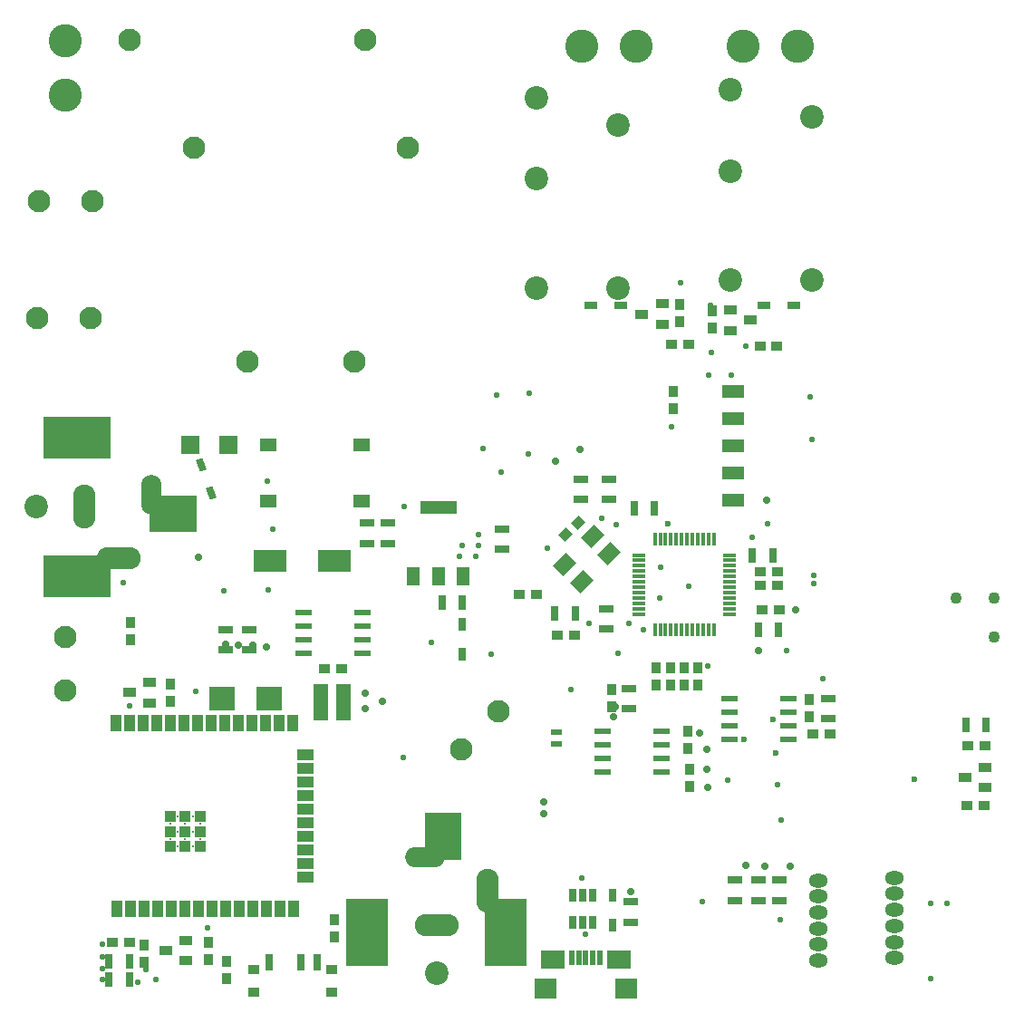
<source format=gts>
G04*
G04 #@! TF.GenerationSoftware,Altium Limited,Altium Designer,20.0.10 (225)*
G04*
G04 Layer_Color=8388736*
%FSLAX25Y25*%
%MOIN*%
G70*
G01*
G75*
%ADD59R,0.03937X0.03937*%
%ADD60R,0.03937X0.03937*%
%ADD61R,0.03937X0.06299*%
%ADD62R,0.06299X0.03937*%
%ADD63R,0.06693X0.06693*%
%ADD64R,0.08268X0.05118*%
%ADD65R,0.03150X0.05512*%
%ADD66R,0.12205X0.08268*%
%ADD67R,0.08661X0.06693*%
%ADD68R,0.01968X0.05709*%
%ADD69R,0.07874X0.07480*%
%ADD70R,0.02717X0.05158*%
%ADD71R,0.04194X0.03494*%
%ADD72R,0.03494X0.04194*%
%ADD73R,0.05512X0.13780*%
%ADD74R,0.04331X0.03543*%
%ADD75R,0.03150X0.06299*%
%ADD76R,0.06378X0.05118*%
%ADD77R,0.05512X0.03150*%
G04:AMPARAMS|DCode=78|XSize=34.94mil|YSize=41.94mil|CornerRadius=0mil|HoleSize=0mil|Usage=FLASHONLY|Rotation=135.000|XOffset=0mil|YOffset=0mil|HoleType=Round|Shape=Rectangle|*
%AMROTATEDRECTD78*
4,1,4,0.02718,0.00248,-0.00248,-0.02718,-0.02718,-0.00248,0.00248,0.02718,0.02718,0.00248,0.0*
%
%ADD78ROTATEDRECTD78*%

%ADD79R,0.04724X0.03543*%
%ADD80R,0.13386X0.05118*%
%ADD81R,0.05118X0.06693*%
%ADD82R,0.05118X0.01575*%
%ADD83R,0.01575X0.05118*%
%ADD84R,0.04528X0.02559*%
%ADD85R,0.02559X0.04528*%
G04:AMPARAMS|DCode=86|XSize=45.28mil|YSize=25.59mil|CornerRadius=0mil|HoleSize=0mil|Usage=FLASHONLY|Rotation=110.000|XOffset=0mil|YOffset=0mil|HoleType=Round|Shape=Rectangle|*
%AMROTATEDRECTD86*
4,1,4,0.01977,-0.01690,-0.00428,-0.02565,-0.01977,0.01690,0.00428,0.02565,0.01977,-0.01690,0.0*
%
%ADD86ROTATEDRECTD86*%

%ADD87R,0.06299X0.02362*%
%ADD88R,0.04331X0.02362*%
%ADD89R,0.17717X0.13386*%
%ADD90R,0.24803X0.15748*%
%ADD91R,0.13386X0.17717*%
%ADD92R,0.15748X0.24803*%
%ADD93R,0.09252X0.08740*%
G04:AMPARAMS|DCode=94|XSize=66.93mil|YSize=53.15mil|CornerRadius=0mil|HoleSize=0mil|Usage=FLASHONLY|Rotation=225.000|XOffset=0mil|YOffset=0mil|HoleType=Round|Shape=Rectangle|*
%AMROTATEDRECTD94*
4,1,4,0.00487,0.04245,0.04245,0.00487,-0.00487,-0.04245,-0.04245,-0.00487,0.00487,0.04245,0.0*
%
%ADD94ROTATEDRECTD94*%

%ADD95C,0.08268*%
%ADD96C,0.01181*%
%ADD97C,0.04331*%
%ADD98C,0.12205*%
%ADD99O,0.07087X0.05118*%
%ADD100C,0.00394*%
%ADD101C,0.08661*%
%ADD102O,0.08268X0.16142*%
%ADD103O,0.16142X0.08268*%
%ADD104O,0.07480X0.14567*%
%ADD105O,0.14567X0.07480*%
%ADD106C,0.02165*%
%ADD107C,0.02756*%
%ADD108C,0.02362*%
D59*
X66879Y70255D02*
D03*
X72391D02*
D03*
X66879Y64744D02*
D03*
X72391D02*
D03*
X66879Y59232D02*
D03*
X72391D02*
D03*
X61367Y70255D02*
D03*
X66879D02*
D03*
X61367Y64744D02*
D03*
X66879D02*
D03*
X61367Y59232D02*
D03*
X66879D02*
D03*
D60*
Y70255D02*
D03*
Y64744D02*
D03*
Y59232D02*
D03*
X61367Y70255D02*
D03*
Y64744D02*
D03*
Y59232D02*
D03*
D61*
X41389Y104785D02*
D03*
X46389D02*
D03*
X51389D02*
D03*
X56389D02*
D03*
X61389D02*
D03*
X66389D02*
D03*
X71389D02*
D03*
X76389D02*
D03*
X81389D02*
D03*
X86389D02*
D03*
X91389D02*
D03*
X96389D02*
D03*
X101389D02*
D03*
X106389D02*
D03*
X41661Y36198D02*
D03*
X46661D02*
D03*
X51661D02*
D03*
X56661D02*
D03*
X61661D02*
D03*
X66661D02*
D03*
X71661D02*
D03*
X76661D02*
D03*
X81661D02*
D03*
X86661D02*
D03*
X91661D02*
D03*
X96661D02*
D03*
X101661D02*
D03*
X106661D02*
D03*
D62*
X111188Y93092D02*
D03*
Y88092D02*
D03*
Y83092D02*
D03*
Y78092D02*
D03*
Y73092D02*
D03*
Y68092D02*
D03*
Y63092D02*
D03*
Y58092D02*
D03*
Y53092D02*
D03*
Y48092D02*
D03*
D03*
D63*
X68713Y207090D02*
D03*
X82887D02*
D03*
D64*
X268309Y186813D02*
D03*
Y196813D02*
D03*
Y206813D02*
D03*
Y216813D02*
D03*
Y226813D02*
D03*
D65*
X353965Y103902D02*
D03*
X361445D02*
D03*
X161296Y148950D02*
D03*
X168777D02*
D03*
X46294Y10383D02*
D03*
X38814D02*
D03*
X46294Y17075D02*
D03*
X38814D02*
D03*
X239478Y183506D02*
D03*
X231998D02*
D03*
X275428Y166288D02*
D03*
X282908D02*
D03*
X277676Y139020D02*
D03*
X285156D02*
D03*
X202843Y144837D02*
D03*
X210324D02*
D03*
D66*
X98066Y164320D02*
D03*
X121688D02*
D03*
D67*
X202003Y17764D02*
D03*
X226412D02*
D03*
D68*
X219326Y18257D02*
D03*
X209089D02*
D03*
X211648D02*
D03*
X214208D02*
D03*
X216767D02*
D03*
D69*
X199247Y7036D02*
D03*
X229168D02*
D03*
D70*
X216767Y41308D02*
D03*
X213026D02*
D03*
X209286D02*
D03*
Y31426D02*
D03*
X213026D02*
D03*
X216767D02*
D03*
D71*
X245696Y243881D02*
D03*
X251996D02*
D03*
X278266Y243484D02*
D03*
X284566D02*
D03*
X304198Y100728D02*
D03*
X297898D02*
D03*
X284680Y155264D02*
D03*
X278380D02*
D03*
X284680Y160383D02*
D03*
X278380D02*
D03*
X285468Y146209D02*
D03*
X279168D02*
D03*
X354727Y96321D02*
D03*
X361027D02*
D03*
X360658Y74375D02*
D03*
X354358D02*
D03*
X209932Y137092D02*
D03*
X203632D02*
D03*
X124410Y124803D02*
D03*
X118110D02*
D03*
X46246Y23832D02*
D03*
X39946D02*
D03*
X189798Y152115D02*
D03*
X196098D02*
D03*
D72*
X248853Y258611D02*
D03*
Y252311D02*
D03*
X260859Y250127D02*
D03*
Y256427D02*
D03*
X82220Y10553D02*
D03*
Y16853D02*
D03*
X121688Y26130D02*
D03*
Y32430D02*
D03*
X51609Y22981D02*
D03*
Y16681D02*
D03*
X75402Y17532D02*
D03*
Y23832D02*
D03*
X245310Y124950D02*
D03*
Y118650D02*
D03*
X250428Y124950D02*
D03*
Y118650D02*
D03*
X240192Y124950D02*
D03*
Y118650D02*
D03*
X251888Y101722D02*
D03*
Y95421D02*
D03*
X252282Y81248D02*
D03*
Y87548D02*
D03*
X255546Y118650D02*
D03*
Y124950D02*
D03*
X61452Y112744D02*
D03*
Y119044D02*
D03*
X246264Y220474D02*
D03*
Y226774D02*
D03*
X223635Y110570D02*
D03*
Y116870D02*
D03*
X296476Y113303D02*
D03*
Y107003D02*
D03*
X46688Y141742D02*
D03*
Y135442D02*
D03*
D73*
X116732Y112205D02*
D03*
X125000D02*
D03*
D74*
X92080Y14064D02*
D03*
X120741D02*
D03*
X120820Y5796D02*
D03*
X92080D02*
D03*
D75*
X115308Y16820D02*
D03*
X109402D02*
D03*
X97591D02*
D03*
D76*
X97240Y206910D02*
D03*
Y186359D02*
D03*
X131649Y206910D02*
D03*
Y186359D02*
D03*
D77*
X90517Y139026D02*
D03*
Y131546D02*
D03*
X81855Y139026D02*
D03*
Y131546D02*
D03*
X230743Y38926D02*
D03*
Y31446D02*
D03*
X269176Y46875D02*
D03*
Y39395D02*
D03*
X277837Y46875D02*
D03*
Y39395D02*
D03*
X285318Y46875D02*
D03*
Y39395D02*
D03*
X133893Y178296D02*
D03*
Y170816D02*
D03*
X141373Y178296D02*
D03*
Y170816D02*
D03*
X183308Y168645D02*
D03*
Y176125D02*
D03*
X229935Y109980D02*
D03*
Y117460D02*
D03*
X303413Y113827D02*
D03*
Y106346D02*
D03*
X212502Y186916D02*
D03*
Y194396D02*
D03*
X222807Y186887D02*
D03*
Y194368D02*
D03*
X221854Y146752D02*
D03*
Y139272D02*
D03*
D78*
X206898Y173931D02*
D03*
X211353Y178386D02*
D03*
D79*
X234896Y255141D02*
D03*
X242337Y258881D02*
D03*
Y251401D02*
D03*
X274816Y252883D02*
D03*
X267375Y249143D02*
D03*
Y256623D02*
D03*
X59700Y21012D02*
D03*
X67141Y24753D02*
D03*
Y17272D02*
D03*
X46314Y115894D02*
D03*
X53755Y119634D02*
D03*
Y112154D02*
D03*
X353788Y84611D02*
D03*
X361229Y88351D02*
D03*
Y80871D02*
D03*
D80*
X160074Y184005D02*
D03*
D81*
Y158808D02*
D03*
X169129D02*
D03*
X150625D02*
D03*
D82*
X233696Y166485D02*
D03*
Y164516D02*
D03*
Y162548D02*
D03*
Y160579D02*
D03*
Y158611D02*
D03*
Y156642D02*
D03*
Y154674D02*
D03*
Y152705D02*
D03*
Y150737D02*
D03*
Y148768D02*
D03*
Y146800D02*
D03*
Y144831D02*
D03*
X267160D02*
D03*
Y146800D02*
D03*
Y148768D02*
D03*
Y150737D02*
D03*
Y152705D02*
D03*
Y154674D02*
D03*
Y156642D02*
D03*
Y158611D02*
D03*
Y160579D02*
D03*
Y162548D02*
D03*
Y164516D02*
D03*
Y166485D02*
D03*
D83*
X261255Y172390D02*
D03*
X259286D02*
D03*
X257318D02*
D03*
X255349D02*
D03*
X253381D02*
D03*
X251412D02*
D03*
X249444D02*
D03*
X247475D02*
D03*
X245507D02*
D03*
X243538D02*
D03*
X241570D02*
D03*
D03*
X239601D02*
D03*
Y138926D02*
D03*
X241570D02*
D03*
X243538D02*
D03*
X245507D02*
D03*
X247475D02*
D03*
X249444D02*
D03*
X251412D02*
D03*
X253381D02*
D03*
X255349D02*
D03*
X257318D02*
D03*
X259286D02*
D03*
X261255D02*
D03*
D84*
X227200Y258414D02*
D03*
X216176D02*
D03*
X279876Y258180D02*
D03*
X290900D02*
D03*
D85*
X224050Y30461D02*
D03*
Y41485D02*
D03*
X168810Y141156D02*
D03*
Y130132D02*
D03*
D86*
X72590Y199609D02*
D03*
X76360Y189250D02*
D03*
D87*
X110467Y130442D02*
D03*
Y135442D02*
D03*
Y140442D02*
D03*
Y145442D02*
D03*
X132121D02*
D03*
Y140442D02*
D03*
Y135442D02*
D03*
Y130442D02*
D03*
X241963Y101741D02*
D03*
Y96741D02*
D03*
Y91741D02*
D03*
Y86741D02*
D03*
X220310D02*
D03*
Y91741D02*
D03*
Y96741D02*
D03*
Y101741D02*
D03*
X288647Y113740D02*
D03*
Y108740D02*
D03*
Y103740D02*
D03*
Y98740D02*
D03*
X266993D02*
D03*
Y103740D02*
D03*
Y108740D02*
D03*
Y113740D02*
D03*
D88*
X203366Y96936D02*
D03*
Y101267D02*
D03*
D89*
X62239Y181642D02*
D03*
D90*
X27003Y158808D02*
D03*
Y209595D02*
D03*
D91*
X161845Y62942D02*
D03*
D92*
X184680Y27705D02*
D03*
X133893D02*
D03*
D93*
X97579Y113779D02*
D03*
X80374D02*
D03*
D94*
X222899Y167124D02*
D03*
X212599Y156824D02*
D03*
X216775Y173249D02*
D03*
X206474Y162949D02*
D03*
D95*
X70082Y316379D02*
D03*
X148822D02*
D03*
X89767Y237639D02*
D03*
X129137D02*
D03*
X46491Y356052D02*
D03*
X133105Y356052D02*
D03*
X22672Y136229D02*
D03*
Y116544D02*
D03*
X31924Y253690D02*
D03*
X12239D02*
D03*
X32711Y296603D02*
D03*
X13026D02*
D03*
X182191Y109074D02*
D03*
X168271Y95155D02*
D03*
D96*
X69635Y70255D02*
D03*
Y64744D02*
D03*
Y59232D02*
D03*
X64123D02*
D03*
Y64744D02*
D03*
Y70255D02*
D03*
X72391Y61988D02*
D03*
Y67500D02*
D03*
X66879D02*
D03*
Y61988D02*
D03*
X61367D02*
D03*
Y67500D02*
D03*
D97*
X350309Y150534D02*
D03*
X364482D02*
D03*
Y136361D02*
D03*
D98*
X22869Y355658D02*
D03*
Y335658D02*
D03*
X232869Y353690D02*
D03*
X212869D02*
D03*
X291924D02*
D03*
X271924D02*
D03*
D99*
X299687Y46806D02*
D03*
Y40900D02*
D03*
Y34995D02*
D03*
Y29089D02*
D03*
Y23184D02*
D03*
Y17278D02*
D03*
X327681Y47784D02*
D03*
Y41879D02*
D03*
Y35973D02*
D03*
Y30068D02*
D03*
Y24162D02*
D03*
Y18257D02*
D03*
D100*
X100544Y9930D02*
D03*
X112355D02*
D03*
D101*
X195972Y264776D02*
D03*
Y304894D02*
D03*
X225972Y324776D02*
D03*
Y264776D02*
D03*
X195972Y334776D02*
D03*
X267318Y267509D02*
D03*
Y307627D02*
D03*
X297318Y327508D02*
D03*
Y267509D02*
D03*
X267318Y337509D02*
D03*
X12042Y184201D02*
D03*
X159286Y12745D02*
D03*
D102*
X29759Y184201D02*
D03*
X178184Y43060D02*
D03*
D103*
X42357Y165304D02*
D03*
X159286Y30461D02*
D03*
D104*
X54562Y188532D02*
D03*
D105*
X154955Y55264D02*
D03*
D106*
X56005Y10327D02*
D03*
X75020Y29260D02*
D03*
X341048Y38425D02*
D03*
X347010Y38215D02*
D03*
X341087Y10532D02*
D03*
X275428Y172981D02*
D03*
X179534Y129884D02*
D03*
X226205Y130480D02*
D03*
X235341Y139020D02*
D03*
X220049Y180130D02*
D03*
X225411Y177747D02*
D03*
X182911Y197011D02*
D03*
X245867Y213694D02*
D03*
X176357Y205551D02*
D03*
X157490Y134452D02*
D03*
X174768Y170002D02*
D03*
X173775Y166030D02*
D03*
X168810Y170002D02*
D03*
X193039Y203764D02*
D03*
X147361Y184301D02*
D03*
X252222Y155107D02*
D03*
X287970Y131473D02*
D03*
X258982Y125666D02*
D03*
X301413Y120866D02*
D03*
X46472Y111017D02*
D03*
X260365Y241100D02*
D03*
X260166Y258379D02*
D03*
X81227Y153319D02*
D03*
X44089Y156298D02*
D03*
X97513Y153518D02*
D03*
X98903Y176158D02*
D03*
X97115Y193635D02*
D03*
X199990Y169009D02*
D03*
X147163Y91952D02*
D03*
X285785Y32173D02*
D03*
X256988Y38926D02*
D03*
X285984Y68914D02*
D03*
X284792Y82022D02*
D03*
X266521Y83611D02*
D03*
X208729Y116975D02*
D03*
X241498Y150539D02*
D03*
X241895Y162058D02*
D03*
X297304Y208927D02*
D03*
X296708Y224617D02*
D03*
X281019Y178144D02*
D03*
X193238Y226007D02*
D03*
X181398Y225217D02*
D03*
X267713Y232759D02*
D03*
X259372D02*
D03*
X249044Y266720D02*
D03*
X167817Y166030D02*
D03*
X174768Y173974D02*
D03*
X215323Y141193D02*
D03*
X212677Y47575D02*
D03*
X213937Y27161D02*
D03*
X36386Y23378D02*
D03*
Y18772D02*
D03*
Y14441D02*
D03*
Y10268D02*
D03*
X70631Y116380D02*
D03*
X229979Y141205D02*
D03*
X52430Y13902D02*
D03*
X49451Y9334D02*
D03*
X273075Y243484D02*
D03*
X298099Y158880D02*
D03*
Y155901D02*
D03*
D107*
X81724Y133535D02*
D03*
X86516Y133476D02*
D03*
X91598Y133181D02*
D03*
X96803Y132705D02*
D03*
X203168Y200983D02*
D03*
X258577Y94931D02*
D03*
X255995Y101087D02*
D03*
X211906Y205352D02*
D03*
X277841Y131275D02*
D03*
X71695Y165632D02*
D03*
X258974Y81029D02*
D03*
X198799Y75567D02*
D03*
X280750Y186813D02*
D03*
X291346Y146368D02*
D03*
X198799Y71496D02*
D03*
X224418Y107045D02*
D03*
X258577Y87583D02*
D03*
X289360Y51835D02*
D03*
X280225D02*
D03*
X273075Y52232D02*
D03*
X225014Y110620D02*
D03*
X230575Y42699D02*
D03*
X139370Y112598D02*
D03*
X133071Y115748D02*
D03*
Y109842D02*
D03*
D108*
X335232Y84080D02*
D03*
X283005Y105854D02*
D03*
X244278Y178144D02*
D03*
X272479Y98506D02*
D03*
X284197Y93739D02*
D03*
M02*

</source>
